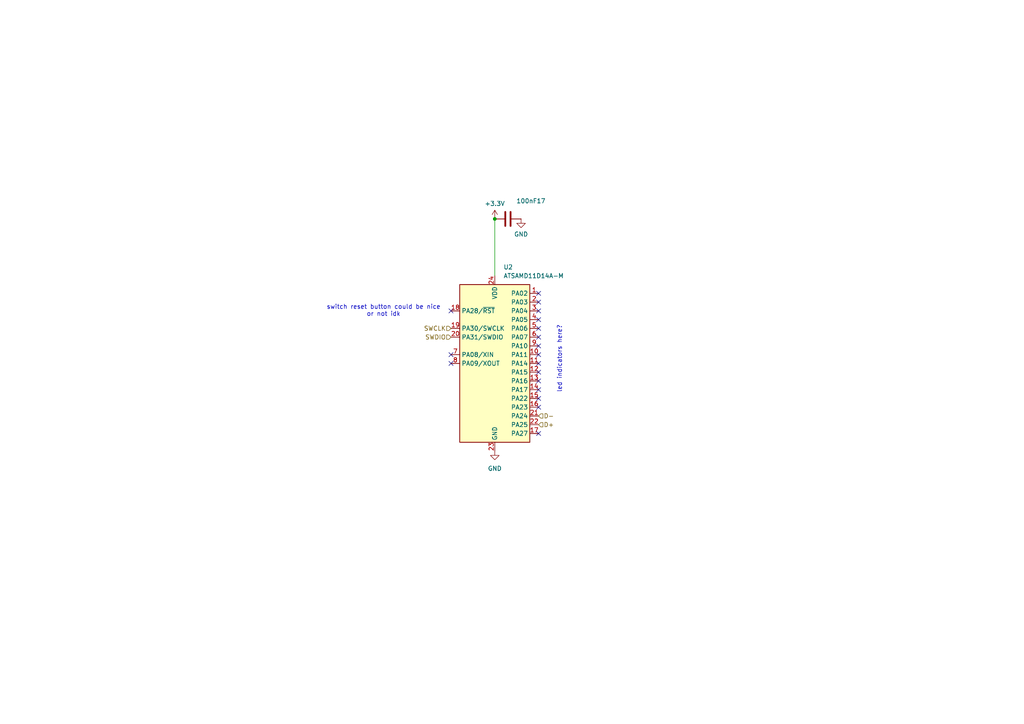
<source format=kicad_sch>
(kicad_sch (version 20231120) (generator "eeschema") (generator_version "8.0")
  (paper "A4")
  (lib_symbols
    (symbol "Device:C" (pin_numbers hide) (pin_names (offset 0.254))
      (property "Reference" "C" (at 0.635 2.54 0))
      (property "Value" "C" (at 0.635 -2.54 0))
      (symbol "C_0_1"
        (polyline (pts (xy -2.032 -0.762) (xy 2.032 -0.762)) (stroke (width 0.508)))
        (polyline (pts (xy -2.032 0.762) (xy 2.032 0.762)) (stroke (width 0.508)))
      )
      (symbol "C_1_1"
        (pin passive line (at 0 3.81 270) (length 2.794) (name "~") (number "1"))
        (pin passive line (at 0 -3.81 90) (length 2.794) (name "~") (number "2"))
      )
    )
    (symbol "MCU_Microchip_SAMD:ATSAMD11D14A-M"
      (property "Reference" "U" (at -10.16 24.13 0))
      (property "Value" "ATSAMD11D14A-M" (at 1.27 24.13 0))
      (symbol "ATSAMD11D14A-M_0_1"
        (rectangle (start -10.16 22.86) (end 10.16 -22.86) (stroke (width 0.254)) (fill (type background)))
      )
      (symbol "ATSAMD11D14A-M_1_1"
        (pin bidirectional line (at 12.7 20.32 180) (length 2.54) (name "PA02") (number "1"))
        (pin bidirectional line (at 12.7 2.54 180) (length 2.54) (name "PA11") (number "10"))
        (pin bidirectional line (at 12.7 0 180) (length 2.54) (name "PA14") (number "11"))
        (pin bidirectional line (at 12.7 -2.54 180) (length 2.54) (name "PA15") (number "12"))
        (pin bidirectional line (at 12.7 -5.08 180) (length 2.54) (name "PA16") (number "13"))
        (pin bidirectional line (at 12.7 -7.62 180) (length 2.54) (name "PA17") (number "14"))
        (pin bidirectional line (at 12.7 -10.16 180) (length 2.54) (name "PA22") (number "15"))
        (pin bidirectional line (at 12.7 -12.7 180) (length 2.54) (name "PA23") (number "16"))
        (pin bidirectional line (at 12.7 -20.32 180) (length 2.54) (name "PA27") (number "17"))
        (pin bidirectional line (at -12.7 15.24 0) (length 2.54) (name "PA28/~{RST}") (number "18"))
        (pin bidirectional line (at -12.7 10.16 0) (length 2.54) (name "PA30/SWCLK") (number "19"))
        (pin bidirectional line (at 12.7 17.78 180) (length 2.54) (name "PA03") (number "2"))
        (pin bidirectional line (at -12.7 7.62 0) (length 2.54) (name "PA31/SWDIO") (number "20"))
        (pin bidirectional line (at 12.7 -15.24 180) (length 2.54) (name "PA24") (number "21"))
        (pin bidirectional line (at 12.7 -17.78 180) (length 2.54) (name "PA25") (number "22"))
        (pin power_in line (at 0 -25.4 90) (length 2.54) (name "GND") (number "23"))
        (pin power_in line (at 0 25.4 270) (length 2.54) (name "VDD") (number "24"))
        (pin bidirectional line (at 12.7 15.24 180) (length 2.54) (name "PA04") (number "3"))
        (pin bidirectional line (at 12.7 12.7 180) (length 2.54) (name "PA05") (number "4"))
        (pin bidirectional line (at 12.7 10.16 180) (length 2.54) (name "PA06") (number "5"))
        (pin bidirectional line (at 12.7 7.62 180) (length 2.54) (name "PA07") (number "6"))
        (pin bidirectional line (at -12.7 2.54 0) (length 2.54) (name "PA08/XIN") (number "7"))
        (pin bidirectional line (at -12.7 0 0) (length 2.54) (name "PA09/XOUT") (number "8"))
        (pin bidirectional line (at 12.7 5.08 180) (length 2.54) (name "PA10") (number "9"))
      )
    )
    (symbol "power:+3.3V" (power) (pin_numbers hide) (pin_names (offset 0) hide)
      (property "Value" "+3.3V" (at 0 3.556 0))
      (symbol "+3.3V_0_1"
        (polyline (pts (xy -0.762 1.27) (xy 0 2.54)))
        (polyline (pts (xy 0 0) (xy 0 2.54)))
        (polyline (pts (xy 0 2.54) (xy 0.762 1.27)))
      )
      (symbol "+3.3V_1_1"
        (pin power_in line (at 0 0 90) (length 0) (name "~") (number "1"))
      )
    )
    (symbol "power:GND" (power) (pin_numbers hide) (pin_names (offset 0) hide)
      (property "Value" "GND" (at 0 -3.81 0))
      (symbol "GND_0_1"
        (polyline (pts (xy 0 0) (xy 0 -1.27) (xy 1.27 -1.27) (xy 0 -2.54) (xy -1.27 -1.27) (xy 0 -1.27)))
      )
      (symbol "GND_1_1"
        (pin power_in line (at 0 0 270) (length 0) (name "~") (number "1"))
      )
    )
  )
  (junction (at 143.51 63.5))
  (no_connect (at 130.81 90.17))
  (no_connect (at 156.21 92.71))
  (no_connect (at 156.21 100.33))
  (no_connect (at 156.21 97.79))
  (no_connect (at 156.21 113.03))
  (no_connect (at 156.21 90.17))
  (no_connect (at 156.21 85.09))
  (no_connect (at 156.21 105.41))
  (no_connect (at 156.21 87.63))
  (no_connect (at 156.21 107.95))
  (no_connect (at 156.21 115.57))
  (no_connect (at 156.21 118.11))
  (no_connect (at 130.81 105.41))
  (no_connect (at 156.21 110.49))
  (no_connect (at 156.21 95.25))
  (no_connect (at 156.21 102.87))
  (no_connect (at 156.21 125.73))
  (no_connect (at 130.81 102.87))
  (wire (pts (xy 143.51 63.5) (xy 143.51 80.01)))
  (text "led indicators here?\n" (at 162.306 104.14 90) (effects (font (size 1.27 1.27))))
  (text "switch reset button could be nice\nor not idk\n" (at 111.252 90.17 0) (effects (font (size 1.27 1.27))))
  (hierarchical_label "SWCLK" (shape input) (at 130.81 95.25 180))
  (hierarchical_label "D-" (shape input) (at 156.21 120.65 0))
  (hierarchical_label "SWDIO" (shape input) (at 130.81 97.79 180))
  (hierarchical_label "D+" (shape input) (at 156.21 123.19 0))
  (symbol (lib_id "power:+3.3V") (at 143.51 63.5 0) (unit 1)
    (property "Reference" "#PWR062" (effects (hide yes)))
    (property "Value" "+3.3V" (at 143.51 59.055 0))
    (property "Description" "Power symbol creates a global label with name \"+3.3V\"" (effects (hide yes)))
  )
  (symbol (lib_id "MCU_Microchip_SAMD:ATSAMD11D14A-M") (at 143.51 105.41 0) (unit 1)
    (property "Reference" "U2" (at 146.012 77.47 0) (effects (justify left)))
    (property "Value" "ATSAMD11D14A-M" (at 146.012 80.01 0) (effects (justify left)))
    (property "Footprint" "Package_DFN_QFN:QFN-24-1EP_4x4mm_P0.5mm_EP2.6x2.6mm" (effects (hide yes)))
    (property "Datasheet" "http://ww1.microchip.com/downloads/en/DeviceDoc/Atmel-42363-SAM-D11_Datasheet.pdf" (effects (hide yes)))
    (property "Description" "ARM Cortex-M0+ MCU, 48MHz, 16KB Flash, 4KB RAM, 1.6-3.6V, 22 GPIO, QFN-24" (effects (hide yes)))
  )
  (symbol (lib_id "power:GND") (at 151.13 63.5 0) (unit 1)
    (property "Reference" "#PWR064" (effects (hide yes)))
    (property "Value" "GND" (at 151.13 67.945 0))
    (property "Description" "Power symbol creates a global label with name \"GND\" , ground" (effects (hide yes)))
  )
  (symbol (lib_id "power:GND") (at 143.51 130.81 0) (unit 1)
    (property "Reference" "#PWR058" (effects (hide yes)))
    (property "Value" "GND" (at 143.51 135.89 0))
    (property "Description" "Power symbol creates a global label with name \"GND\" , ground" (effects (hide yes)))
  )
  (symbol (lib_id "Device:C") (at 147.32 63.5 270) (mirror x) (unit 1)
    (property "Reference" "100nF17" (at 149.733 58.293 90) (effects (justify left)))
    (property "Value" "C" (effects (hide yes)))
    (property "Description" "Unpolarized capacitor" (effects (hide yes)))
  )
)
</source>
